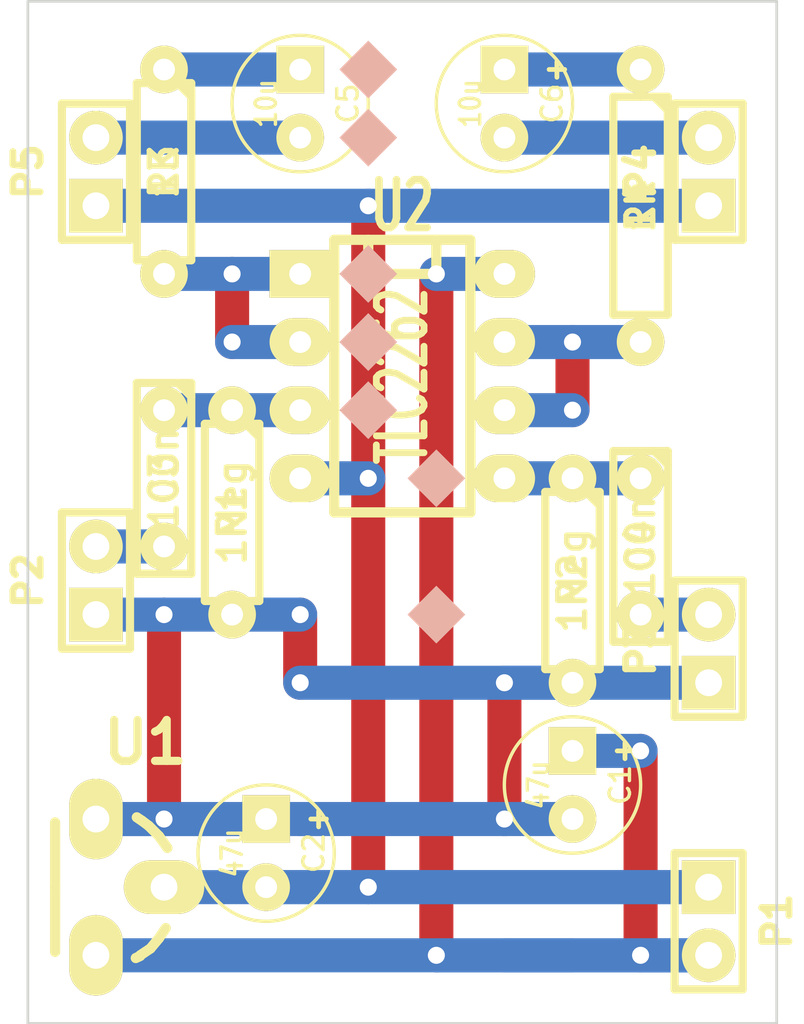
<source format=kicad_pcb>
(kicad_pcb (version 4) (host pcbnew "(2014-12-07 BZR 5316)-product")

  (general
    (links 28)
    (no_connects 0)
    (area 132.381171 93.929999 170.524714 134.0612)
    (thickness 1.6)
    (drawings 4)
    (tracks 68)
    (zones 0)
    (modules 24)
    (nets 14)
  )

  (page A4)
  (layers
    (0 F.Cu signal)
    (31 B.Cu signal)
    (32 B.Adhes user)
    (33 F.Adhes user)
    (34 B.Paste user)
    (35 F.Paste user)
    (36 B.SilkS user)
    (37 F.SilkS user)
    (38 B.Mask user)
    (39 F.Mask user)
    (40 Dwgs.User user)
    (41 Cmts.User user)
    (42 Eco1.User user)
    (43 Eco2.User user)
    (44 Edge.Cuts user)
    (45 Margin user)
    (46 B.CrtYd user)
    (47 F.CrtYd user)
    (48 B.Fab user)
    (49 F.Fab user)
  )

  (setup
    (last_trace_width 1.27)
    (trace_clearance 0.508)
    (zone_clearance 0.508)
    (zone_45_only no)
    (trace_min 0.254)
    (segment_width 0.2)
    (edge_width 0.1)
    (via_size 0.889)
    (via_drill 0.635)
    (via_min_size 0.889)
    (via_min_drill 0.508)
    (uvia_size 0.508)
    (uvia_drill 0.127)
    (uvias_allowed no)
    (uvia_min_size 0.508)
    (uvia_min_drill 0.127)
    (pcb_text_width 0.3)
    (pcb_text_size 1.5 1.5)
    (mod_edge_width 0.15)
    (mod_text_size 1 1)
    (mod_text_width 0.15)
    (pad_size 1.5 1.5)
    (pad_drill 0.6)
    (pad_to_mask_clearance 0)
    (aux_axis_origin 0 0)
    (visible_elements 7FFEFFFF)
    (pcbplotparams
      (layerselection 0x00020_00000000)
      (usegerberextensions false)
      (excludeedgelayer true)
      (linewidth 0.100000)
      (plotframeref false)
      (viasonmask true)
      (mode 1)
      (useauxorigin false)
      (hpglpennumber 1)
      (hpglpenspeed 20)
      (hpglpendiameter 15)
      (hpglpenoverlay 2)
      (psnegative false)
      (psa4output false)
      (plotreference true)
      (plotvalue false)
      (plotinvisibletext false)
      (padsonsilk true)
      (subtractmaskfromsilk false)
      (outputformat 4)
      (mirror false)
      (drillshape 2)
      (scaleselection 1)
      (outputdirectory ""))
  )

  (net 0 "")
  (net 1 V+)
  (net 2 GND)
  (net 3 V-)
  (net 4 "Net-(C3-Pad1)")
  (net 5 "Net-(C3-Pad2)")
  (net 6 "Net-(C4-Pad1)")
  (net 7 "Net-(C4-Pad2)")
  (net 8 "Net-(C5-Pad1)")
  (net 9 "Net-(C5-Pad2)")
  (net 10 "Net-(C6-Pad1)")
  (net 11 "Net-(C6-Pad2)")
  (net 12 "Net-(R3-Pad2)")
  (net 13 "Net-(R4-Pad2)")

  (net_class Default "This is the default net class."
    (clearance 0.508)
    (trace_width 1.27)
    (via_dia 0.889)
    (via_drill 0.635)
    (uvia_dia 0.508)
    (uvia_drill 0.127)
    (add_net GND)
    (add_net "Net-(C3-Pad1)")
    (add_net "Net-(C3-Pad2)")
    (add_net "Net-(C4-Pad1)")
    (add_net "Net-(C4-Pad2)")
    (add_net "Net-(C5-Pad1)")
    (add_net "Net-(C5-Pad2)")
    (add_net "Net-(C6-Pad1)")
    (add_net "Net-(C6-Pad2)")
    (add_net "Net-(R3-Pad2)")
    (add_net "Net-(R4-Pad2)")
    (add_net V+)
    (add_net V-)
  )

  (module Custom:C1V5-LARGE_PADS (layer F.Cu) (tedit 545FB66B) (tstamp 54B29E15)
    (at 160.02 123.19 270)
    (descr "Condensateur e = 1 pas")
    (tags C)
    (path /54B29364)
    (fp_text reference C1 (at 0 -1.778 270) (layer F.SilkS)
      (effects (font (size 0.762 0.762) (thickness 0.127)))
    )
    (fp_text value 47u (at 0 1.27 270) (layer F.SilkS)
      (effects (font (size 0.762 0.635) (thickness 0.127)))
    )
    (fp_text user + (at -1.27 -1.905 270) (layer F.SilkS)
      (effects (font (size 0.762 0.762) (thickness 0.1778)))
    )
    (fp_circle (center 0 0) (end 0.127 -2.54) (layer F.SilkS) (width 0.127))
    (pad 1 thru_hole rect (at -1.27 0 270) (size 1.778 1.778) (drill 0.8128) (layers *.Cu *.Mask F.SilkS)
      (net 1 V+))
    (pad 2 thru_hole circle (at 1.27 0 270) (size 1.778 1.778) (drill 0.8128) (layers *.Cu *.Mask F.SilkS)
      (net 2 GND))
    (model discret/c_vert_c1v5.wrl
      (at (xyz 0 0 0))
      (scale (xyz 1 1 1))
      (rotate (xyz 0 0 0))
    )
  )

  (module Custom:C1V5-LARGE_PADS (layer F.Cu) (tedit 545FB66B) (tstamp 54B2AB2F)
    (at 148.59 125.73 270)
    (descr "Condensateur e = 1 pas")
    (tags C)
    (path /54B29339)
    (fp_text reference C2 (at 0 -1.778 270) (layer F.SilkS)
      (effects (font (size 0.762 0.762) (thickness 0.127)))
    )
    (fp_text value 47u (at 0 1.27 270) (layer F.SilkS)
      (effects (font (size 0.762 0.635) (thickness 0.127)))
    )
    (fp_text user + (at -1.27 -1.905 270) (layer F.SilkS)
      (effects (font (size 0.762 0.762) (thickness 0.1778)))
    )
    (fp_circle (center 0 0) (end 0.127 -2.54) (layer F.SilkS) (width 0.127))
    (pad 1 thru_hole rect (at -1.27 0 270) (size 1.778 1.778) (drill 0.8128) (layers *.Cu *.Mask F.SilkS)
      (net 2 GND))
    (pad 2 thru_hole circle (at 1.27 0 270) (size 1.778 1.778) (drill 0.8128) (layers *.Cu *.Mask F.SilkS)
      (net 3 V-))
    (model discret/c_vert_c1v5.wrl
      (at (xyz 0 0 0))
      (scale (xyz 1 1 1))
      (rotate (xyz 0 0 0))
    )
  )

  (module Custom:C2-LARGE_PADS (layer F.Cu) (tedit 544816E5) (tstamp 54B29E21)
    (at 144.78 111.76 270)
    (descr "Condensateur = 2 pas")
    (tags C)
    (path /54B28971)
    (fp_text reference C3 (at 0 0 270) (layer F.SilkS)
      (effects (font (size 1 1) (thickness 0.2032)))
    )
    (fp_text value 100n (at 0 0 270) (layer F.SilkS)
      (effects (font (size 1 1) (thickness 0.2032)))
    )
    (fp_line (start -3.556 -1.016) (end 3.556 -1.016) (layer F.SilkS) (width 0.3048))
    (fp_line (start 3.556 -1.016) (end 3.556 1.016) (layer F.SilkS) (width 0.3048))
    (fp_line (start 3.556 1.016) (end -3.556 1.016) (layer F.SilkS) (width 0.3048))
    (fp_line (start -3.556 1.016) (end -3.556 -1.016) (layer F.SilkS) (width 0.3048))
    (fp_line (start -3.556 -0.508) (end -3.048 -1.016) (layer F.SilkS) (width 0.3048))
    (pad 1 thru_hole circle (at -2.54 0 270) (size 1.778 1.778) (drill 0.8128) (layers *.Cu *.Mask F.SilkS)
      (net 4 "Net-(C3-Pad1)"))
    (pad 2 thru_hole circle (at 2.54 0 270) (size 1.778 1.778) (drill 0.8128) (layers *.Cu *.Mask F.SilkS)
      (net 5 "Net-(C3-Pad2)"))
    (model discret/capa_2pas_5x5mm.wrl
      (at (xyz 0 0 0))
      (scale (xyz 1 1 1))
      (rotate (xyz 0 0 0))
    )
  )

  (module Custom:C2-LARGE_PADS (layer F.Cu) (tedit 544816E5) (tstamp 54B29E27)
    (at 162.56 114.3 270)
    (descr "Condensateur = 2 pas")
    (tags C)
    (path /54B28A52)
    (fp_text reference C4 (at 0 0 270) (layer F.SilkS)
      (effects (font (size 1 1) (thickness 0.2032)))
    )
    (fp_text value 100n (at 0 0 270) (layer F.SilkS)
      (effects (font (size 1 1) (thickness 0.2032)))
    )
    (fp_line (start -3.556 -1.016) (end 3.556 -1.016) (layer F.SilkS) (width 0.3048))
    (fp_line (start 3.556 -1.016) (end 3.556 1.016) (layer F.SilkS) (width 0.3048))
    (fp_line (start 3.556 1.016) (end -3.556 1.016) (layer F.SilkS) (width 0.3048))
    (fp_line (start -3.556 1.016) (end -3.556 -1.016) (layer F.SilkS) (width 0.3048))
    (fp_line (start -3.556 -0.508) (end -3.048 -1.016) (layer F.SilkS) (width 0.3048))
    (pad 1 thru_hole circle (at -2.54 0 270) (size 1.778 1.778) (drill 0.8128) (layers *.Cu *.Mask F.SilkS)
      (net 6 "Net-(C4-Pad1)"))
    (pad 2 thru_hole circle (at 2.54 0 270) (size 1.778 1.778) (drill 0.8128) (layers *.Cu *.Mask F.SilkS)
      (net 7 "Net-(C4-Pad2)"))
    (model discret/capa_2pas_5x5mm.wrl
      (at (xyz 0 0 0))
      (scale (xyz 1 1 1))
      (rotate (xyz 0 0 0))
    )
  )

  (module Custom:C1V5-LARGE_PADS (layer F.Cu) (tedit 545FB66B) (tstamp 54B29E2D)
    (at 149.86 97.79 270)
    (descr "Condensateur e = 1 pas")
    (tags C)
    (path /54B2E356)
    (fp_text reference C5 (at 0 -1.778 270) (layer F.SilkS)
      (effects (font (size 0.762 0.762) (thickness 0.127)))
    )
    (fp_text value 10u (at 0 1.27 270) (layer F.SilkS)
      (effects (font (size 0.762 0.635) (thickness 0.127)))
    )
    (fp_text user + (at -1.27 -1.905 270) (layer F.SilkS)
      (effects (font (size 0.762 0.762) (thickness 0.1778)))
    )
    (fp_circle (center 0 0) (end 0.127 -2.54) (layer F.SilkS) (width 0.127))
    (pad 1 thru_hole rect (at -1.27 0 270) (size 1.778 1.778) (drill 0.8128) (layers *.Cu *.Mask F.SilkS)
      (net 8 "Net-(C5-Pad1)"))
    (pad 2 thru_hole circle (at 1.27 0 270) (size 1.778 1.778) (drill 0.8128) (layers *.Cu *.Mask F.SilkS)
      (net 9 "Net-(C5-Pad2)"))
    (model discret/c_vert_c1v5.wrl
      (at (xyz 0 0 0))
      (scale (xyz 1 1 1))
      (rotate (xyz 0 0 0))
    )
  )

  (module Custom:C1V5-LARGE_PADS (layer F.Cu) (tedit 545FB66B) (tstamp 54B29E33)
    (at 157.48 97.79 270)
    (descr "Condensateur e = 1 pas")
    (tags C)
    (path /54B2CC66)
    (fp_text reference C6 (at 0 -1.778 270) (layer F.SilkS)
      (effects (font (size 0.762 0.762) (thickness 0.127)))
    )
    (fp_text value 10u (at 0 1.27 270) (layer F.SilkS)
      (effects (font (size 0.762 0.635) (thickness 0.127)))
    )
    (fp_text user + (at -1.27 -1.905 270) (layer F.SilkS)
      (effects (font (size 0.762 0.762) (thickness 0.1778)))
    )
    (fp_circle (center 0 0) (end 0.127 -2.54) (layer F.SilkS) (width 0.127))
    (pad 1 thru_hole rect (at -1.27 0 270) (size 1.778 1.778) (drill 0.8128) (layers *.Cu *.Mask F.SilkS)
      (net 10 "Net-(C6-Pad1)"))
    (pad 2 thru_hole circle (at 1.27 0 270) (size 1.778 1.778) (drill 0.8128) (layers *.Cu *.Mask F.SilkS)
      (net 11 "Net-(C6-Pad2)"))
    (model discret/c_vert_c1v5.wrl
      (at (xyz 0 0 0))
      (scale (xyz 1 1 1))
      (rotate (xyz 0 0 0))
    )
  )

  (module Custom:SIL-2-LARGE_PADS (layer F.Cu) (tedit 5447964A) (tstamp 54B29E39)
    (at 165.1 128.27 270)
    (descr "Connecteurs 2 pins")
    (tags "CONN DEV")
    (path /54B29199)
    (fp_text reference P1 (at 0 -2.54 270) (layer F.SilkS)
      (effects (font (size 1.016 1.016) (thickness 0.254)))
    )
    (fp_text value Power (at 0 -2.54 270) (layer F.SilkS) hide
      (effects (font (size 1.016 1.016) (thickness 0.254)))
    )
    (fp_line (start -2.54 1.27) (end -2.54 -1.27) (layer F.SilkS) (width 0.3048))
    (fp_line (start -2.54 -1.27) (end 2.54 -1.27) (layer F.SilkS) (width 0.3048))
    (fp_line (start 2.54 -1.27) (end 2.54 1.27) (layer F.SilkS) (width 0.3048))
    (fp_line (start 2.54 1.27) (end -2.54 1.27) (layer F.SilkS) (width 0.3048))
    (pad 1 thru_hole rect (at -1.27 0 270) (size 2 2) (drill 1) (layers *.Cu *.Mask F.SilkS)
      (net 3 V-))
    (pad 2 thru_hole circle (at 1.27 0 270) (size 2 2) (drill 1) (layers *.Cu *.Mask F.SilkS)
      (net 1 V+))
  )

  (module Custom:SIL-2-LARGE_PADS (layer F.Cu) (tedit 5447964A) (tstamp 54B29E3F)
    (at 142.24 115.57 90)
    (descr "Connecteurs 2 pins")
    (tags "CONN DEV")
    (path /54B2DBF7)
    (fp_text reference P2 (at 0 -2.54 90) (layer F.SilkS)
      (effects (font (size 1.016 1.016) (thickness 0.254)))
    )
    (fp_text value InA (at 0 -2.54 90) (layer F.SilkS) hide
      (effects (font (size 1.016 1.016) (thickness 0.254)))
    )
    (fp_line (start -2.54 1.27) (end -2.54 -1.27) (layer F.SilkS) (width 0.3048))
    (fp_line (start -2.54 -1.27) (end 2.54 -1.27) (layer F.SilkS) (width 0.3048))
    (fp_line (start 2.54 -1.27) (end 2.54 1.27) (layer F.SilkS) (width 0.3048))
    (fp_line (start 2.54 1.27) (end -2.54 1.27) (layer F.SilkS) (width 0.3048))
    (pad 1 thru_hole rect (at -1.27 0 90) (size 2 2) (drill 1) (layers *.Cu *.Mask F.SilkS)
      (net 2 GND))
    (pad 2 thru_hole circle (at 1.27 0 90) (size 2 2) (drill 1) (layers *.Cu *.Mask F.SilkS)
      (net 5 "Net-(C3-Pad2)"))
  )

  (module Custom:SIL-2-LARGE_PADS (layer F.Cu) (tedit 5447964A) (tstamp 54B29E45)
    (at 165.1 118.11 90)
    (descr "Connecteurs 2 pins")
    (tags "CONN DEV")
    (path /54B2DC3C)
    (fp_text reference P3 (at 0 -2.54 90) (layer F.SilkS)
      (effects (font (size 1.016 1.016) (thickness 0.254)))
    )
    (fp_text value InB (at 0 -2.54 90) (layer F.SilkS) hide
      (effects (font (size 1.016 1.016) (thickness 0.254)))
    )
    (fp_line (start -2.54 1.27) (end -2.54 -1.27) (layer F.SilkS) (width 0.3048))
    (fp_line (start -2.54 -1.27) (end 2.54 -1.27) (layer F.SilkS) (width 0.3048))
    (fp_line (start 2.54 -1.27) (end 2.54 1.27) (layer F.SilkS) (width 0.3048))
    (fp_line (start 2.54 1.27) (end -2.54 1.27) (layer F.SilkS) (width 0.3048))
    (pad 1 thru_hole rect (at -1.27 0 90) (size 2 2) (drill 1) (layers *.Cu *.Mask F.SilkS)
      (net 2 GND))
    (pad 2 thru_hole circle (at 1.27 0 90) (size 2 2) (drill 1) (layers *.Cu *.Mask F.SilkS)
      (net 7 "Net-(C4-Pad2)"))
  )

  (module Custom:SIL-2-LARGE_PADS (layer F.Cu) (tedit 5447964A) (tstamp 54B29E4B)
    (at 165.1 100.33 90)
    (descr "Connecteurs 2 pins")
    (tags "CONN DEV")
    (path /54B2D3B2)
    (fp_text reference P4 (at 0 -2.54 90) (layer F.SilkS)
      (effects (font (size 1.016 1.016) (thickness 0.254)))
    )
    (fp_text value Out (at 0 -2.54 90) (layer F.SilkS) hide
      (effects (font (size 1.016 1.016) (thickness 0.254)))
    )
    (fp_line (start -2.54 1.27) (end -2.54 -1.27) (layer F.SilkS) (width 0.3048))
    (fp_line (start -2.54 -1.27) (end 2.54 -1.27) (layer F.SilkS) (width 0.3048))
    (fp_line (start 2.54 -1.27) (end 2.54 1.27) (layer F.SilkS) (width 0.3048))
    (fp_line (start 2.54 1.27) (end -2.54 1.27) (layer F.SilkS) (width 0.3048))
    (pad 1 thru_hole rect (at -1.27 0 90) (size 2 2) (drill 1) (layers *.Cu *.Mask F.SilkS)
      (net 3 V-))
    (pad 2 thru_hole circle (at 1.27 0 90) (size 2 2) (drill 1) (layers *.Cu *.Mask F.SilkS)
      (net 11 "Net-(C6-Pad2)"))
  )

  (module Custom:SIL-2-LARGE_PADS (layer F.Cu) (tedit 5447964A) (tstamp 54B29E51)
    (at 142.24 100.33 90)
    (descr "Connecteurs 2 pins")
    (tags "CONN DEV")
    (path /54B2E35D)
    (fp_text reference P5 (at 0 -2.54 90) (layer F.SilkS)
      (effects (font (size 1.016 1.016) (thickness 0.254)))
    )
    (fp_text value Out (at 0 -2.54 90) (layer F.SilkS) hide
      (effects (font (size 1.016 1.016) (thickness 0.254)))
    )
    (fp_line (start -2.54 1.27) (end -2.54 -1.27) (layer F.SilkS) (width 0.3048))
    (fp_line (start -2.54 -1.27) (end 2.54 -1.27) (layer F.SilkS) (width 0.3048))
    (fp_line (start 2.54 -1.27) (end 2.54 1.27) (layer F.SilkS) (width 0.3048))
    (fp_line (start 2.54 1.27) (end -2.54 1.27) (layer F.SilkS) (width 0.3048))
    (pad 1 thru_hole rect (at -1.27 0 90) (size 2 2) (drill 1) (layers *.Cu *.Mask F.SilkS)
      (net 3 V-))
    (pad 2 thru_hole circle (at 1.27 0 90) (size 2 2) (drill 1) (layers *.Cu *.Mask F.SilkS)
      (net 9 "Net-(C5-Pad2)"))
  )

  (module Custom:R3-LARGE_PADS (layer F.Cu) (tedit 544816C3) (tstamp 54B29E57)
    (at 147.32 113.03 270)
    (descr "Resitance 3 pas")
    (tags R)
    (path /54B28AC5)
    (autoplace_cost180 10)
    (fp_text reference R1 (at 0 0 270) (layer F.SilkS)
      (effects (font (size 1 1) (thickness 0.2032)))
    )
    (fp_text value 1Meg (at 0 0 270) (layer F.SilkS)
      (effects (font (size 1 1) (thickness 0.2032)))
    )
    (fp_line (start -3.81 0) (end -3.302 0) (layer F.SilkS) (width 0.3048))
    (fp_line (start 3.81 0) (end 3.302 0) (layer F.SilkS) (width 0.3048))
    (fp_line (start 3.302 0) (end 3.302 -1.016) (layer F.SilkS) (width 0.3048))
    (fp_line (start 3.302 -1.016) (end -3.302 -1.016) (layer F.SilkS) (width 0.3048))
    (fp_line (start -3.302 -1.016) (end -3.302 1.016) (layer F.SilkS) (width 0.3048))
    (fp_line (start -3.302 1.016) (end 3.302 1.016) (layer F.SilkS) (width 0.3048))
    (fp_line (start 3.302 1.016) (end 3.302 0) (layer F.SilkS) (width 0.3048))
    (fp_line (start -3.302 -0.508) (end -2.794 -1.016) (layer F.SilkS) (width 0.3048))
    (pad 1 thru_hole circle (at -3.81 0 270) (size 1.778 1.778) (drill 0.8128) (layers *.Cu *.Mask F.SilkS)
      (net 4 "Net-(C3-Pad1)"))
    (pad 2 thru_hole circle (at 3.81 0 270) (size 1.778 1.778) (drill 0.8128) (layers *.Cu *.Mask F.SilkS)
      (net 2 GND))
    (model discret/resistor.wrl
      (at (xyz 0 0 0))
      (scale (xyz 0.3 0.3 0.3))
      (rotate (xyz 0 0 0))
    )
  )

  (module Custom:R3-LARGE_PADS (layer F.Cu) (tedit 544816C3) (tstamp 54B29E5D)
    (at 160.02 115.57 270)
    (descr "Resitance 3 pas")
    (tags R)
    (path /54B28AF2)
    (autoplace_cost180 10)
    (fp_text reference R2 (at 0 0 270) (layer F.SilkS)
      (effects (font (size 1 1) (thickness 0.2032)))
    )
    (fp_text value 1Meg (at 0 0 270) (layer F.SilkS)
      (effects (font (size 1 1) (thickness 0.2032)))
    )
    (fp_line (start -3.81 0) (end -3.302 0) (layer F.SilkS) (width 0.3048))
    (fp_line (start 3.81 0) (end 3.302 0) (layer F.SilkS) (width 0.3048))
    (fp_line (start 3.302 0) (end 3.302 -1.016) (layer F.SilkS) (width 0.3048))
    (fp_line (start 3.302 -1.016) (end -3.302 -1.016) (layer F.SilkS) (width 0.3048))
    (fp_line (start -3.302 -1.016) (end -3.302 1.016) (layer F.SilkS) (width 0.3048))
    (fp_line (start -3.302 1.016) (end 3.302 1.016) (layer F.SilkS) (width 0.3048))
    (fp_line (start 3.302 1.016) (end 3.302 0) (layer F.SilkS) (width 0.3048))
    (fp_line (start -3.302 -0.508) (end -2.794 -1.016) (layer F.SilkS) (width 0.3048))
    (pad 1 thru_hole circle (at -3.81 0 270) (size 1.778 1.778) (drill 0.8128) (layers *.Cu *.Mask F.SilkS)
      (net 6 "Net-(C4-Pad1)"))
    (pad 2 thru_hole circle (at 3.81 0 270) (size 1.778 1.778) (drill 0.8128) (layers *.Cu *.Mask F.SilkS)
      (net 2 GND))
    (model discret/resistor.wrl
      (at (xyz 0 0 0))
      (scale (xyz 0.3 0.3 0.3))
      (rotate (xyz 0 0 0))
    )
  )

  (module Custom:R3-LARGE_PADS (layer F.Cu) (tedit 544816C3) (tstamp 54B29E63)
    (at 144.78 100.33 270)
    (descr "Resitance 3 pas")
    (tags R)
    (path /54B2A4B6)
    (autoplace_cost180 10)
    (fp_text reference R3 (at 0 0 270) (layer F.SilkS)
      (effects (font (size 1 1) (thickness 0.2032)))
    )
    (fp_text value 1K (at 0 0 270) (layer F.SilkS)
      (effects (font (size 1 1) (thickness 0.2032)))
    )
    (fp_line (start -3.81 0) (end -3.302 0) (layer F.SilkS) (width 0.3048))
    (fp_line (start 3.81 0) (end 3.302 0) (layer F.SilkS) (width 0.3048))
    (fp_line (start 3.302 0) (end 3.302 -1.016) (layer F.SilkS) (width 0.3048))
    (fp_line (start 3.302 -1.016) (end -3.302 -1.016) (layer F.SilkS) (width 0.3048))
    (fp_line (start -3.302 -1.016) (end -3.302 1.016) (layer F.SilkS) (width 0.3048))
    (fp_line (start -3.302 1.016) (end 3.302 1.016) (layer F.SilkS) (width 0.3048))
    (fp_line (start 3.302 1.016) (end 3.302 0) (layer F.SilkS) (width 0.3048))
    (fp_line (start -3.302 -0.508) (end -2.794 -1.016) (layer F.SilkS) (width 0.3048))
    (pad 1 thru_hole circle (at -3.81 0 270) (size 1.778 1.778) (drill 0.8128) (layers *.Cu *.Mask F.SilkS)
      (net 8 "Net-(C5-Pad1)"))
    (pad 2 thru_hole circle (at 3.81 0 270) (size 1.778 1.778) (drill 0.8128) (layers *.Cu *.Mask F.SilkS)
      (net 12 "Net-(R3-Pad2)"))
    (model discret/resistor.wrl
      (at (xyz 0 0 0))
      (scale (xyz 0.3 0.3 0.3))
      (rotate (xyz 0 0 0))
    )
  )

  (module Housings_TO-92:TO-92-Free-rugged (layer F.Cu) (tedit 54397F7F) (tstamp 54B29E70)
    (at 142.24 127)
    (descr "TO-92 allgemein free molded rugged wide drill 1mm")
    (tags "TO-92 allgemein free molded rugged wide drill 1mm")
    (path /54B2A5A0)
    (fp_text reference U1 (at 1.8415 -5.3975) (layer F.SilkS)
      (effects (font (thickness 0.3048)))
    )
    (fp_text value TLE2426-TO92 (at -0.635 5.334) (layer F.SilkS) hide
      (effects (font (thickness 0.3048)))
    )
    (fp_line (start 1.651 2.5654) (end 1.4859 2.6416) (layer F.SilkS) (width 0.381))
    (fp_line (start 2.6035 1.524) (end 2.3495 1.905) (layer F.SilkS) (width 0.381))
    (fp_line (start 2.3495 1.905) (end 2.032 2.286) (layer F.SilkS) (width 0.381))
    (fp_line (start 2.032 2.286) (end 1.651 2.54) (layer F.SilkS) (width 0.381))
    (fp_line (start 1.524 -2.6035) (end 1.7145 -2.4765) (layer F.SilkS) (width 0.381))
    (fp_line (start 1.7145 -2.4765) (end 1.9685 -2.286) (layer F.SilkS) (width 0.381))
    (fp_line (start 1.9685 -2.286) (end 2.3495 -1.905) (layer F.SilkS) (width 0.381))
    (fp_line (start 2.3495 -1.905) (end 2.667 -1.4605) (layer F.SilkS) (width 0.381))
    (fp_line (start -1.524 0) (end -1.524 2.413) (layer F.SilkS) (width 0.381))
    (fp_line (start -1.524 0) (end -1.524 -2.413) (layer F.SilkS) (width 0.381))
    (pad 2 thru_hole oval (at 2.54 0) (size 2.99974 1.99898) (drill 1.00076) (layers *.Cu *.Mask F.SilkS)
      (net 3 V-))
    (pad 1 thru_hole oval (at 0 -2.54) (size 1.99898 2.99974) (drill 1.00076) (layers *.Cu *.Mask F.SilkS)
      (net 2 GND))
    (pad 3 thru_hole oval (at 0 2.54) (size 1.99898 2.99974) (drill 1.00076) (layers *.Cu *.Mask F.SilkS)
      (net 1 V+))
  )

  (module Custom:DIP-8_LARGE_PADS (layer F.Cu) (tedit 51B5A2D6) (tstamp 54B29E7C)
    (at 153.67 107.95 270)
    (descr "8 pins DIL package, elliptical pads")
    (tags DIL)
    (path /54B28497)
    (fp_text reference U2 (at -6.35 0 360) (layer F.SilkS)
      (effects (font (size 1.778 1.143) (thickness 0.3048)))
    )
    (fp_text value TLC2262 (at 0 0 270) (layer F.SilkS)
      (effects (font (size 1.778 1.016) (thickness 0.3048)))
    )
    (fp_line (start -5.08 -1.27) (end -3.81 -1.27) (layer F.SilkS) (width 0.381))
    (fp_line (start -3.81 -1.27) (end -3.81 1.27) (layer F.SilkS) (width 0.381))
    (fp_line (start -3.81 1.27) (end -5.08 1.27) (layer F.SilkS) (width 0.381))
    (fp_line (start -5.08 -2.54) (end 5.08 -2.54) (layer F.SilkS) (width 0.381))
    (fp_line (start 5.08 -2.54) (end 5.08 2.54) (layer F.SilkS) (width 0.381))
    (fp_line (start 5.08 2.54) (end -5.08 2.54) (layer F.SilkS) (width 0.381))
    (fp_line (start -5.08 2.54) (end -5.08 -2.54) (layer F.SilkS) (width 0.381))
    (pad 1 thru_hole rect (at -3.81 3.81 270) (size 1.778 2.286) (drill 0.8128) (layers *.Cu *.Mask F.SilkS)
      (net 12 "Net-(R3-Pad2)"))
    (pad 2 thru_hole oval (at -1.27 3.81 270) (size 1.778 2.286) (drill 0.8128) (layers *.Cu *.Mask F.SilkS)
      (net 12 "Net-(R3-Pad2)"))
    (pad 3 thru_hole oval (at 1.27 3.81 270) (size 1.778 2.286) (drill 0.8128) (layers *.Cu *.Mask F.SilkS)
      (net 4 "Net-(C3-Pad1)"))
    (pad 4 thru_hole oval (at 3.81 3.81 270) (size 1.778 2.286) (drill 0.8128) (layers *.Cu *.Mask F.SilkS)
      (net 3 V-))
    (pad 5 thru_hole oval (at 3.81 -3.81 270) (size 1.778 2.286) (drill 0.8128) (layers *.Cu *.Mask F.SilkS)
      (net 6 "Net-(C4-Pad1)"))
    (pad 6 thru_hole oval (at 1.27 -3.81 270) (size 1.778 2.286) (drill 0.8128) (layers *.Cu *.Mask F.SilkS)
      (net 13 "Net-(R4-Pad2)"))
    (pad 7 thru_hole oval (at -1.27 -3.81 270) (size 1.778 2.286) (drill 0.8128) (layers *.Cu *.Mask F.SilkS)
      (net 13 "Net-(R4-Pad2)"))
    (pad 8 thru_hole oval (at -3.81 -3.81 270) (size 1.778 2.286) (drill 0.8128) (layers *.Cu *.Mask F.SilkS)
      (net 1 V+))
    (model dil/dil_8.wrl
      (at (xyz 0 0 0))
      (scale (xyz 1 1 1))
      (rotate (xyz 0 0 0))
    )
  )

  (module Custom:R4-LARGE_PADS (layer F.Cu) (tedit 544816AE) (tstamp 54B29E69)
    (at 162.56 101.6 270)
    (descr "Resitance 4 pas")
    (tags R)
    (path /54B2A6C8)
    (autoplace_cost180 10)
    (fp_text reference R4 (at 0 0 270) (layer F.SilkS)
      (effects (font (size 1 1) (thickness 0.2032)))
    )
    (fp_text value 1K (at 0 0 270) (layer F.SilkS)
      (effects (font (size 1 1) (thickness 0.2032)))
    )
    (fp_line (start -5.08 0) (end -4.064 0) (layer F.SilkS) (width 0.3048))
    (fp_line (start -4.064 0) (end -4.064 -1.016) (layer F.SilkS) (width 0.3048))
    (fp_line (start -4.064 -1.016) (end 4.064 -1.016) (layer F.SilkS) (width 0.3048))
    (fp_line (start 4.064 -1.016) (end 4.064 1.016) (layer F.SilkS) (width 0.3048))
    (fp_line (start 4.064 1.016) (end -4.064 1.016) (layer F.SilkS) (width 0.3048))
    (fp_line (start -4.064 1.016) (end -4.064 0) (layer F.SilkS) (width 0.3048))
    (fp_line (start -4.064 -0.508) (end -3.556 -1.016) (layer F.SilkS) (width 0.3048))
    (fp_line (start 5.08 0) (end 4.064 0) (layer F.SilkS) (width 0.3048))
    (pad 1 thru_hole circle (at -5.08 0 270) (size 1.778 1.778) (drill 0.8128) (layers *.Cu *.Mask F.SilkS)
      (net 10 "Net-(C6-Pad1)"))
    (pad 2 thru_hole circle (at 5.08 0 270) (size 1.778 1.778) (drill 0.8128) (layers *.Cu *.Mask F.SilkS)
      (net 13 "Net-(R4-Pad2)"))
    (model discret/resistor.wrl
      (at (xyz 0 0 0))
      (scale (xyz 0.4 0.4 0.4))
      (rotate (xyz 0 0 0))
    )
  )

  (module Custom:track_drill (layer F.Cu) (tedit 54B2AF7D) (tstamp 54B2AF8A)
    (at 154.94 111.76)
    (fp_text reference o (at 0 0) (layer F.SilkS) hide
      (effects (font (size 1.5 1.5) (thickness 0.15)))
    )
    (fp_text value "" (at 0 2.54) (layer F.SilkS) hide
      (effects (font (size 1.5 1.5) (thickness 0.15)))
    )
    (pad 1 connect rect (at 0 0 45) (size 1.524 1.524) (layers B.SilkS B.Mask Dwgs.User)
      (die_length 0.254))
  )

  (module Custom:track_drill (layer F.Cu) (tedit 54B2AFB3) (tstamp 54B2AFEF)
    (at 152.4 109.22)
    (fp_text reference o (at 0 0) (layer F.SilkS) hide
      (effects (font (size 1.5 1.5) (thickness 0.15)))
    )
    (fp_text value "" (at 0 2.54) (layer F.SilkS) hide
      (effects (font (size 1.5 1.5) (thickness 0.15)))
    )
    (pad 1 connect rect (at 0 0 45) (size 1.524 1.524) (layers *.Mask B.SilkS Dwgs.User)
      (die_length 0.254))
  )

  (module Custom:track_drill (layer F.Cu) (tedit 54B2AFB3) (tstamp 54B2AFF9)
    (at 152.4 106.68)
    (fp_text reference o (at 0 0) (layer F.SilkS) hide
      (effects (font (size 1.5 1.5) (thickness 0.15)))
    )
    (fp_text value "" (at 0 2.54) (layer F.SilkS) hide
      (effects (font (size 1.5 1.5) (thickness 0.15)))
    )
    (pad 1 connect rect (at 0 0 45) (size 1.524 1.524) (layers *.Mask B.SilkS Dwgs.User)
      (die_length 0.254))
  )

  (module Custom:track_drill (layer F.Cu) (tedit 54B2AFB3) (tstamp 54B2AFFD)
    (at 152.4 104.14)
    (fp_text reference o (at 0 0) (layer F.SilkS) hide
      (effects (font (size 1.5 1.5) (thickness 0.15)))
    )
    (fp_text value "" (at 0 2.54) (layer F.SilkS) hide
      (effects (font (size 1.5 1.5) (thickness 0.15)))
    )
    (pad 1 connect rect (at 0 0 45) (size 1.524 1.524) (layers *.Mask B.SilkS Dwgs.User)
      (die_length 0.254))
  )

  (module Custom:track_drill (layer F.Cu) (tedit 54B2AFB3) (tstamp 54B2B002)
    (at 152.4 99.06)
    (fp_text reference o (at 0 0) (layer F.SilkS) hide
      (effects (font (size 1.5 1.5) (thickness 0.15)))
    )
    (fp_text value "" (at 0 2.54) (layer F.SilkS) hide
      (effects (font (size 1.5 1.5) (thickness 0.15)))
    )
    (pad 1 connect rect (at 0 0 45) (size 1.524 1.524) (layers *.Mask B.SilkS Dwgs.User)
      (die_length 0.254))
  )

  (module Custom:track_drill (layer F.Cu) (tedit 54B2AFB3) (tstamp 54B2B005)
    (at 152.4 96.52)
    (fp_text reference o (at 0 0) (layer F.SilkS) hide
      (effects (font (size 1.5 1.5) (thickness 0.15)))
    )
    (fp_text value "" (at 0 2.54) (layer F.SilkS) hide
      (effects (font (size 1.5 1.5) (thickness 0.15)))
    )
    (pad 1 connect rect (at 0 0 45) (size 1.524 1.524) (layers *.Mask B.SilkS Dwgs.User)
      (die_length 0.254))
  )

  (module Custom:track_drill (layer F.Cu) (tedit 54B2AFB3) (tstamp 54B2B017)
    (at 154.94 116.84)
    (fp_text reference o (at 0 0) (layer F.SilkS) hide
      (effects (font (size 1.5 1.5) (thickness 0.15)))
    )
    (fp_text value "" (at 0 2.54) (layer F.SilkS) hide
      (effects (font (size 1.5 1.5) (thickness 0.15)))
    )
    (pad 1 connect rect (at 0 0 45) (size 1.524 1.524) (layers *.Mask B.SilkS Dwgs.User)
      (die_length 0.254))
  )

  (gr_line (start 139.7 132.08) (end 139.7 93.98) (angle 90) (layer Edge.Cuts) (width 0.1))
  (gr_line (start 167.64 132.08) (end 139.7 132.08) (angle 90) (layer Edge.Cuts) (width 0.1))
  (gr_line (start 167.64 93.98) (end 167.64 132.08) (angle 90) (layer Edge.Cuts) (width 0.1))
  (gr_line (start 139.7 93.98) (end 167.64 93.98) (angle 90) (layer Edge.Cuts) (width 0.1))

  (segment (start 157.48 104.14) (end 154.94 104.14) (width 1.27) (layer B.Cu) (net 1))
  (via (at 154.94 129.54) (size 0.889) (layers F.Cu B.Cu) (net 1))
  (segment (start 154.94 104.14) (end 154.94 129.54) (width 1.27) (layer F.Cu) (net 1) (tstamp 54B2AA5F))
  (via (at 154.94 104.14) (size 0.889) (layers F.Cu B.Cu) (net 1))
  (segment (start 154.94 129.54) (end 165.1 129.54) (width 1.27) (layer B.Cu) (net 1) (tstamp 54B2AA63))
  (segment (start 160.02 121.92) (end 162.56 121.92) (width 1.27) (layer B.Cu) (net 1))
  (via (at 162.56 129.54) (size 0.889) (layers F.Cu B.Cu) (net 1))
  (segment (start 162.56 121.92) (end 162.56 129.54) (width 1.27) (layer F.Cu) (net 1) (tstamp 54B2AA50))
  (via (at 162.56 121.92) (size 0.889) (layers F.Cu B.Cu) (net 1))
  (segment (start 162.56 129.54) (end 165.1 129.54) (width 1.27) (layer B.Cu) (net 1) (tstamp 54B2AA53))
  (segment (start 160.02 129.54) (end 154.94 129.54) (width 1.27) (layer B.Cu) (net 1))
  (segment (start 165.1 129.54) (end 162.56 129.54) (width 1.27) (layer B.Cu) (net 1))
  (segment (start 162.56 129.54) (end 157.48 129.54) (width 1.27) (layer B.Cu) (net 1) (tstamp 54B2A866))
  (segment (start 142.24 129.54) (end 154.94 129.54) (width 1.27) (layer B.Cu) (net 1))
  (segment (start 142.24 124.46) (end 148.59 124.46) (width 1.27) (layer B.Cu) (net 2))
  (via (at 157.48 119.38) (size 0.889) (layers F.Cu B.Cu) (net 2))
  (segment (start 165.1 119.38) (end 157.48 119.38) (width 1.27) (layer B.Cu) (net 2))
  (via (at 157.48 124.46) (size 0.889) (layers F.Cu B.Cu) (net 2))
  (segment (start 157.48 119.38) (end 157.48 124.46) (width 1.27) (layer F.Cu) (net 2) (tstamp 54B2A84A))
  (segment (start 160.02 124.46) (end 157.48 124.46) (width 1.27) (layer B.Cu) (net 2))
  (segment (start 157.48 124.46) (end 149.86 124.46) (width 1.27) (layer B.Cu) (net 2) (tstamp 54B2A850))
  (segment (start 144.78 124.46) (end 149.86 124.46) (width 1.27) (layer B.Cu) (net 2))
  (segment (start 147.32 116.84) (end 149.86 116.84) (width 1.27) (layer B.Cu) (net 2))
  (segment (start 149.86 119.38) (end 160.02 119.38) (width 1.27) (layer B.Cu) (net 2) (tstamp 54B2A53A))
  (via (at 149.86 119.38) (size 0.889) (layers F.Cu B.Cu) (net 2))
  (segment (start 149.86 116.84) (end 149.86 119.38) (width 1.27) (layer F.Cu) (net 2) (tstamp 54B2A537))
  (via (at 149.86 116.84) (size 0.889) (layers F.Cu B.Cu) (net 2))
  (segment (start 142.24 124.46) (end 144.78 124.46) (width 1.27) (layer B.Cu) (net 2))
  (via (at 144.78 116.84) (size 0.889) (layers F.Cu B.Cu) (net 2))
  (segment (start 144.78 124.46) (end 144.78 116.84) (width 1.27) (layer F.Cu) (net 2) (tstamp 54B2A4C8))
  (via (at 144.78 124.46) (size 0.889) (layers F.Cu B.Cu) (net 2))
  (segment (start 142.24 116.84) (end 144.78 116.84) (width 1.27) (layer B.Cu) (net 2) (status 10))
  (segment (start 144.78 116.84) (end 147.32 116.84) (width 1.27) (layer B.Cu) (net 2) (tstamp 54B2A4CD) (status 10))
  (segment (start 148.59 127) (end 165.1 127) (width 1.27) (layer B.Cu) (net 3))
  (segment (start 152.4 111.76) (end 152.4 127) (width 1.27) (layer F.Cu) (net 3))
  (via (at 152.4 127) (size 0.889) (layers F.Cu B.Cu) (net 3))
  (segment (start 165.1 127) (end 152.4 127) (width 1.27) (layer B.Cu) (net 3))
  (segment (start 152.4 127) (end 144.78 127) (width 1.27) (layer B.Cu) (net 3) (tstamp 54B2AB51))
  (segment (start 149.86 111.76) (end 152.4 111.76) (width 1.27) (layer B.Cu) (net 3))
  (via (at 152.4 111.76) (size 0.889) (layers F.Cu B.Cu) (net 3))
  (segment (start 142.24 101.6) (end 152.4 101.6) (width 1.27) (layer B.Cu) (net 3))
  (via (at 152.4 101.6) (size 0.889) (layers F.Cu B.Cu) (net 3))
  (segment (start 152.4 101.6) (end 152.4 111.76) (width 1.27) (layer F.Cu) (net 3) (tstamp 54B2A697))
  (segment (start 165.1 101.6) (end 154.94 101.6) (width 1.27) (layer B.Cu) (net 3))
  (segment (start 154.94 101.6) (end 152.4 101.6) (width 1.27) (layer B.Cu) (net 3) (tstamp 54B2A659))
  (segment (start 147.32 109.22) (end 144.78 109.22) (width 1.27) (layer B.Cu) (net 4))
  (segment (start 147.32 109.22) (end 149.86 109.22) (width 1.27) (layer B.Cu) (net 4) (status 10))
  (segment (start 147.32 109.22) (end 147.32 109.22) (width 1.27) (layer B.Cu) (net 4) (status 30))
  (segment (start 142.24 114.3) (end 144.78 114.3) (width 1.27) (layer B.Cu) (net 5) (status 10))
  (segment (start 160.02 111.76) (end 157.48 111.76) (width 1.27) (layer B.Cu) (net 6))
  (segment (start 162.56 111.76) (end 160.02 111.76) (width 1.27) (layer B.Cu) (net 6))
  (segment (start 162.56 116.84) (end 165.1 116.84) (width 1.27) (layer B.Cu) (net 7))
  (segment (start 144.78 96.52) (end 149.86 96.52) (width 1.27) (layer B.Cu) (net 8))
  (segment (start 142.24 99.06) (end 149.86 99.06) (width 1.27) (layer B.Cu) (net 9))
  (segment (start 157.48 96.52) (end 162.56 96.52) (width 1.27) (layer B.Cu) (net 10))
  (segment (start 165.1 99.06) (end 157.48 99.06) (width 1.27) (layer B.Cu) (net 11))
  (segment (start 144.78 104.14) (end 147.32 104.14) (width 1.27) (layer B.Cu) (net 12))
  (segment (start 149.86 104.14) (end 147.32 104.14) (width 1.27) (layer B.Cu) (net 12))
  (segment (start 147.32 106.68) (end 149.86 106.68) (width 1.27) (layer B.Cu) (net 12) (tstamp 54B2A125))
  (via (at 147.32 106.68) (size 0.889) (layers F.Cu B.Cu) (net 12))
  (segment (start 147.32 104.14) (end 147.32 106.68) (width 1.27) (layer F.Cu) (net 12) (tstamp 54B2A122))
  (via (at 147.32 104.14) (size 0.889) (layers F.Cu B.Cu) (net 12))
  (segment (start 162.56 106.68) (end 160.02 106.68) (width 1.27) (layer B.Cu) (net 13))
  (segment (start 157.48 109.22) (end 160.02 109.22) (width 1.27) (layer B.Cu) (net 13))
  (segment (start 160.02 106.68) (end 157.48 106.68) (width 1.27) (layer B.Cu) (net 13) (tstamp 54B2A2EF))
  (via (at 160.02 106.68) (size 0.889) (layers F.Cu B.Cu) (net 13))
  (segment (start 160.02 109.22) (end 160.02 106.68) (width 1.27) (layer F.Cu) (net 13) (tstamp 54B2A2EC))
  (via (at 160.02 109.22) (size 0.889) (layers F.Cu B.Cu) (net 13))

)

</source>
